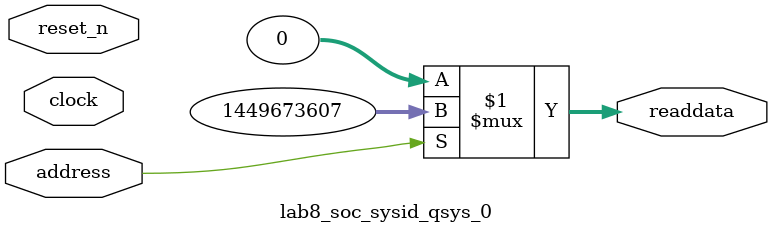
<source format=v>

`timescale 1ns / 1ps
// synthesis translate_on

// turn off superfluous verilog processor warnings 
// altera message_level Level1 
// altera message_off 10034 10035 10036 10037 10230 10240 10030 

module lab8_soc_sysid_qsys_0 (
               // inputs:
                address,
                clock,
                reset_n,

               // outputs:
                readdata
             )
;

  output  [ 31: 0] readdata;
  input            address;
  input            clock;
  input            reset_n;

  wire    [ 31: 0] readdata;
  //control_slave, which is an e_avalon_slave
  assign readdata = address ? 1449673607 : 0;

endmodule




</source>
